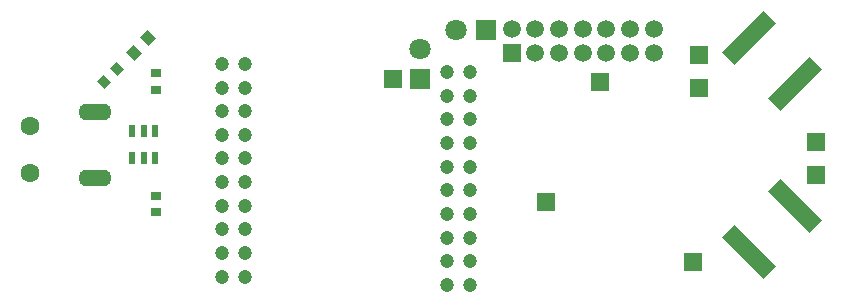
<source format=gbr>
%TF.GenerationSoftware,KiCad,Pcbnew,7.0.5*%
%TF.CreationDate,2024-09-10T19:27:24-04:00*%
%TF.ProjectId,PCB_PCB_OpenSuperHetv6PCB,5043425f-5043-4425-9f4f-70656e537570,rev?*%
%TF.SameCoordinates,Original*%
%TF.FileFunction,Soldermask,Bot*%
%TF.FilePolarity,Negative*%
%FSLAX46Y46*%
G04 Gerber Fmt 4.6, Leading zero omitted, Abs format (unit mm)*
G04 Created by KiCad (PCBNEW 7.0.5) date 2024-09-10 19:27:24*
%MOMM*%
%LPD*%
G01*
G04 APERTURE LIST*
G04 Aperture macros list*
%AMRotRect*
0 Rectangle, with rotation*
0 The origin of the aperture is its center*
0 $1 length*
0 $2 width*
0 $3 Rotation angle, in degrees counterclockwise*
0 Add horizontal line*
21,1,$1,$2,0,0,$3*%
G04 Aperture macros list end*
%ADD10R,1.800000X1.800000*%
%ADD11C,1.800000*%
%ADD12C,1.200000*%
%ADD13RotRect,1.000000X0.900000X135.000000*%
%ADD14R,1.575000X1.575000*%
%ADD15R,0.900000X0.800000*%
%ADD16RotRect,0.806000X0.864000X45.000000*%
%ADD17R,0.532000X1.072000*%
%ADD18RotRect,1.500000X5.000000X135.000000*%
%ADD19C,1.500000*%
%ADD20R,1.500000X1.500000*%
%ADD21RotRect,1.500000X5.000000X45.000000*%
%ADD22C,1.600000*%
%ADD23O,2.800000X1.400000*%
G04 APERTURE END LIST*
D10*
%TO.C,U7*%
X34616060Y-18787913D03*
D11*
X32076060Y-18787913D03*
%TD*%
D12*
%TO.C,U2*%
X33242000Y-22322000D03*
X31242000Y-22322000D03*
X33242000Y-24322000D03*
X31242000Y-24322000D03*
X33242000Y-26322000D03*
X31242000Y-26322000D03*
X33242000Y-28322000D03*
X31242000Y-28322000D03*
X33242000Y-30322000D03*
X31242000Y-30322000D03*
X33242000Y-32322000D03*
X31242000Y-32322000D03*
X33242000Y-34322000D03*
X31242000Y-34322000D03*
X33242000Y-36322000D03*
X31242000Y-36322000D03*
X33242000Y-38322000D03*
X31242000Y-38322000D03*
X33242000Y-40322000D03*
X31242000Y-40322000D03*
%TD*%
D13*
%TO.C,LED1*%
X5935041Y-19464959D03*
X4732959Y-20667041D03*
%TD*%
D14*
%TO.C,J2*%
X52070000Y-38354000D03*
%TD*%
D15*
%TO.C,C33*%
X6604000Y-34166000D03*
X6604000Y-32766000D03*
%TD*%
D16*
%TO.C,R3*%
X2261549Y-23138451D03*
X3326451Y-22073549D03*
%TD*%
D17*
%TO.C,U4*%
X6538000Y-29597000D03*
X5588000Y-29597000D03*
X4638000Y-29597000D03*
X4638000Y-27299000D03*
X5588000Y-27299000D03*
X6538000Y-27299000D03*
%TD*%
D18*
%TO.C,ANT_SMA2*%
X60745544Y-23280544D03*
X56856456Y-19391456D03*
%TD*%
D14*
%TO.C,J7*%
X44196000Y-23114000D03*
%TD*%
D19*
%TO.C,SYS_CTRL*%
X48768000Y-18688011D03*
X48768000Y-20688011D03*
X46768000Y-18688011D03*
X46768000Y-20688011D03*
X44768000Y-18688011D03*
X44768000Y-20688011D03*
X42768000Y-18688011D03*
X42768000Y-20688011D03*
X40768000Y-18688011D03*
X40768000Y-20688011D03*
X38768000Y-18688011D03*
X38768000Y-20688011D03*
X36768000Y-18688011D03*
D20*
X36768000Y-20688011D03*
%TD*%
D12*
%TO.C,U3*%
X14192000Y-21622000D03*
X12192000Y-21622000D03*
X14192000Y-23622000D03*
X12192000Y-23622000D03*
X14192000Y-25622000D03*
X12192000Y-25622000D03*
X14192000Y-27622000D03*
X12192000Y-27622000D03*
X14192000Y-29622000D03*
X12192000Y-29622000D03*
X14192000Y-31622000D03*
X12192000Y-31622000D03*
X14192000Y-33622000D03*
X12192000Y-33622000D03*
X14192000Y-35622000D03*
X12192000Y-35622000D03*
X14192000Y-37622000D03*
X12192000Y-37622000D03*
X14192000Y-39622000D03*
X12192000Y-39622000D03*
%TD*%
D14*
%TO.C,J6*%
X52578000Y-20828000D03*
%TD*%
D21*
%TO.C,ANT_SMA1*%
X56856456Y-37504544D03*
X60745544Y-33615456D03*
%TD*%
D14*
%TO.C,J3*%
X52578000Y-23622000D03*
%TD*%
%TO.C,J1*%
X62484000Y-30988000D03*
%TD*%
D22*
%TO.C,DC1*%
X-4064000Y-26860000D03*
X-4064000Y-30860000D03*
D23*
X1438000Y-25711000D03*
X1438000Y-31311000D03*
%TD*%
D10*
%TO.C,U6*%
X28956000Y-22860000D03*
D11*
X28956000Y-20320000D03*
%TD*%
D14*
%TO.C,J5*%
X62484000Y-28194000D03*
%TD*%
%TO.C,CLK1*%
X26670000Y-22860000D03*
%TD*%
%TO.C,J4*%
X39624000Y-33274000D03*
%TD*%
D15*
%TO.C,C31*%
X6604000Y-22414000D03*
X6604000Y-23814000D03*
%TD*%
M02*

</source>
